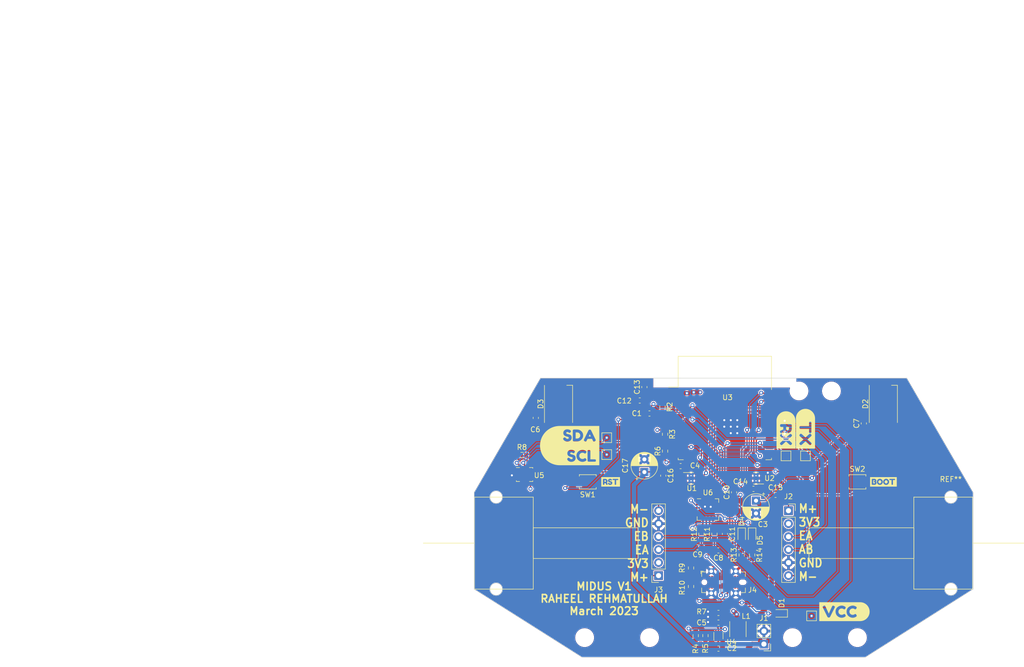
<source format=kicad_pcb>
(kicad_pcb (version 20221018) (generator pcbnew)
  (layers (0 "F.Cu" signal) (1 "In1.Cu" signal) (2 "In2.Cu" signal) (31 "B.Cu" signal) (34 "B.Paste" user) (35 "F.Paste" user) (36 "B.SilkS" user "B.Silkscreen") (37 "F.SilkS" user "F.Silkscreen") (38 "B.Mask" user) (39 "F.Mask" user) (44 "Edge.Cuts" user))
  (net 0 "")
  (net 1 "GND")
  (net 2 "Net-(U3-EN)")
  (net 3 "/+VBatt")
  (net 4 "+3V3")
  (net 5 "/D-")
  (net 6 "/D+")
  (net 7 "/USB3V3")
  (net 8 "/V_USB_BUS")
  (net 9 "Net-(D2-DIN)")
  (net 11 "/LEDBUS")
  (net 12 "Net-(D4-K)")
  (net 13 "Net-(D4-A)")
  (net 14 "Net-(D5-K)")
  (net 15 "Net-(D5-A)")
  (net 16 "Net-(J4-CC1)")
  (net 18 "Net-(J4-CC2)")
  (net 20 "Net-(U4-SW)")
  (net 21 "/SDA")
  (net 22 "Net-(U4-FB)")
  (net 23 "/SCL")
  (net 24 "Net-(U5-SDO{slash}SA0)")
  (net 25 "Net-(U6-USBDM)")
  (net 26 "Net-(U6-USBDP)")
  (net 27 "/espTX")
  (net 28 "/espRX")
  (net 29 "/M1OUT2")
  (net 30 "/M1OUT1")
  (net 31 "/Motor2In2")
  (net 32 "/Motor2In1")
  (net 33 "/MotorSleepEN")
  (net 34 "/M2OUT2")
  (net 35 "/M2OUT1")
  (net 36 "/Motor1In2")
  (net 37 "/Motor1In1")
  (net 38 "/Motor1PhaseA")
  (net 39 "/Motor1PhaseB")
  (net 41 "/Motor2PhaseB")
  (net 42 "/Motor2PhaseA")
  (footprint "Capacitor_SMD:C_0603_1608Metric" (layer "F.Cu") (at 143.51 96.025 90)
    (fp_text reference "C10")
    (fp_text value "100nF")
  )
  (footprint "MountingHole:MountingHole_3.2mm_M3" (layer "F.Cu") (at 114.3 124.46)
    (fp_text reference "H2" hide)
    (fp_text value "MountingHole")
  )
  (footprint "LED_SMD:LED_0603_1608Metric" (layer "F.Cu") (at 145.014 104.482 -90)
    (fp_text reference "D4")
    (fp_text value "TXLED")
  )
  (footprint "LED_SMD:LED_0603_1608Metric" (layer "F.Cu") (at 147.046 104.482 -90)
    (fp_text reference "D5")
    (fp_text value "RXLED")
  )
  (footprint "Inductor_SMD:L_Taiyo-Yuden_NR-30xx" (layer "F.Cu") (at 144.272 122.8 90)
    (fp_text reference "L1")
    (fp_text value "2.2uH")
  )
  (footprint "Connector_PinSocket_2.54mm:PinSocket_1x06_P2.54mm_Vertical" (layer "F.Cu") (at 128.758 112.322 180)
    (fp_text reference "J3")
    (fp_text value "Motor2Conn")
  )
  (footprint "Capacitor_SMD:C_0603_1608Metric" (layer "F.Cu") (at 141.732 104.174 -90)
    (fp_text reference "C11")
    (fp_text value "10nF")
  )
  (footprint "Capacitor_SMD:C_0603_1608Metric" (layer "F.Cu") (at 168.89 82.55 90)
    (fp_text reference "C7")
    (fp_text value "100nF")
  )
  (footprint "MountingHole:MountingHole_3.2mm_M3" (layer "F.Cu") (at 162.56 76.2)
    (fp_text reference "H6" hide)
    (fp_text value "MountingHole")
  )
  (footprint "Package_SON:WSON-8-1EP_2x2mm_P0.5mm_EP0.9x1.6mm_ThermalVias" (layer "F.Cu") (at 135.108 93.272)
    (fp_text reference "U1")
    (fp_text value "DRV8210")
  )
  (footprint "Button_Switch_SMD:SW_SPST_B3U-1000P" (layer "F.Cu") (at 114.915 93.98 180)
    (fp_text reference "SW1")
    (fp_text value "SW_RST")
  )
  (footprint "Resistor_SMD:R_0603_1608Metric" (layer "F.Cu") (at 136.017 124.07 -90)
    (fp_text reference "R4")
    (fp_text value "700k")
  )
  (footprint "MiniDusty:n20Motor" (layer "F.Cu") (at 97.008 105.972 180)
    (fp_text reference "REF**" hide)
    (fp_text value "n20Motor")
    (fp_circle (center 0 -9) (end 1.2192 -9) (stroke (width 0.12)) (fill none) (layer "Edge.Cuts"))
    (fp_circle (center 0 9) (end 1.2192 9) (stroke (width 0.12)) (fill none) (layer "Edge.Cuts"))
  )
  (footprint "Resistor_SMD:R_0603_1608Metric" (layer "F.Cu") (at 135.108 114.451 -90)
    (fp_text reference "R10")
    (fp_text value "5.11k")
  )
  (footprint "Resistor_SMD:R_0603_1608Metric" (layer "F.Cu") (at 129.52 79.336 -90)
    (fp_text reference "R2")
    (fp_text value "10k")
  )
  (footprint "kibuzzard-640F60C6" (layer "F.Cu") (at 119.38 93.98)
    (fp_text reference "kibuzzard-640F60C6" hide)
    (fp_text value "G***" hide)
  )
  (footprint "Connector_USB:USB_C_Receptacle_GCT_USB4115-03-C" (layer "F.Cu") (at 141.458 113.626)
    (fp_text reference "J4")
    (fp_text value "USB_C_Receptacle_USB2.0")
  )
  (footprint "Capacitor_THT:CP_Radial_D5.0mm_P2.50mm" (layer "F.Cu") (at 147.808 97.654888 -90)
    (fp_text reference "C3")
    (fp_text value "4.7uF")
  )
  (footprint "Resistor_SMD:R_0603_1608Metric" (layer "F.Cu") (at 145.014 108.292 -90)
    (fp_text reference "R13")
    (fp_text value "270")
  )
  (footprint "Connector_PinHeader_2.54mm:PinHeader_1x02_P2.54mm_Vertical" (layer "F.Cu") (at 149.352 125.721 180)
    (fp_text reference "J1")
    (fp_text value "BattConn")
  )
  (footprint "Resistor_SMD:R_0603_1608Metric" (layer "F.Cu") (at 102.0445 88.733 180)
    (fp_text reference "R8")
    (fp_text value "1k")
  )
  (footprint "Resistor_SMD:R_0603_1608Metric" (layer "F.Cu") (at 137.922 124.07 90)
    (fp_text reference "R5")
    (fp_text value "150k")
  )
  (footprint "Capacitor_SMD:C_0603_1608Metric" (layer "F.Cu") (at 104.753727 81.473473 -90)
    (fp_text reference "C6")
    (fp_text value "100nF")
  )
  (footprint "RF_Module:ESP-WROOM-02" (layer "F.Cu") (at 141.712 82.638)
    (fp_text reference "U3")
    (fp_text value "ESP32-C3-WROOM-02-H4")
  )
  (footprint "Package_LGA:LGA-14_3x2.5mm_P0.5mm_LayoutBorder3x4y" (layer "F.Cu") (at 102.5525 92.543)
    (fp_text reference "U5")
    (fp_text value "LSM6DSOTR")
  )
  (footprint "LED_SMD:LED_SK6812_PLCC4_5.0x5.0mm_P3.2mm" (layer "F.Cu") (at 172.7 78.74 90)
    (fp_text reference "D2")
    (fp_text value "SK6812")
  )
  (footprint "MountingHole:MountingHole_3.2mm_M3" (layer "F.Cu") (at 167.64 124.46)
    (fp_text reference "H3" hide)
    (fp_text value "MountingHole")
  )
  (footprint "Capacitor_SMD:C_0603_1608Metric" (layer "F.Cu") (at 151.625 96.52)
    (fp_text reference "C15")
    (fp_text value "0.1uF")
  )
  (footprint "Capacitor_SMD:C_0603_1608Metric" (layer "F.Cu") (at 125.984 75.438 90)
    (fp_text reference "C13")
    (fp_text value "10uF")
  )
  (footprint "Capacitor_SMD:C_0603_1608Metric" (layer "F.Cu") (at 129.674216 92.772049 -90)
    (fp_text reference "C16")
    (fp_text value "0.1uF")
  )
  (footprint "Package_DFN_QFN:QFN-16-1EP_4x4mm_P0.65mm_EP2.1x2.1mm" (layer "F.Cu") (at 138.41 99.402)
    (fp_text reference "U6")
    (fp_text value "FT230XQ")
  )
  (footprint "Resistor_SMD:R_0603_1608Metric" (layer "F.Cu") (at 139.68 104.228 90)
    (fp_text reference "R11")
    (fp_text value "27")
  )
  (footprint "Button_Switch_SMD:SW_SPST_B3U-1000P" (layer "F.Cu") (at 167.64 93.98)
    (fp_text reference "SW2")
    (fp_text value "SW_DWLDBOOT")
  )
  (footprint "Resistor_SMD:R_0603_1608Metric" (layer "F.Cu") (at 130.028 84.67 -90)
    (fp_text reference "R3")
    (fp_text value "4.7k")
  )
  (footprint "TestPoint:TestPoint_Pad_1.5x1.5mm" (layer "F.Cu") (at 157.48 88.9)
    (fp_text reference "TP4" hide)
    (fp_text value "uartTX")
  )
  (footprint "kibuzzard-640F6059" (layer "F.Cu") (at 153.67 83.82 -90)
    (fp_text reference "kibuzzard-640F6059" hide)
    (fp_text value "G***" hide)
  )
  (footprint "Capacitor_SMD:C_0603_1608Metric" (layer "F.Cu") (at 133.065105 90.902514 180)
    (fp_text reference "C4")
    (fp_text value "0.1uF")
  )
  (footprint "kibuzzard-640F5FD6" (layer "F.Cu") (at 111.373527 86.886448)
    (fp_text reference "kibuzzard-640F5FD6" hide)
    (fp_text value "G***" hide)
  )
  (footprint "kibuzzard-640F60AF" (layer "F.Cu") (at 172.72 93.98)
    (fp_text reference "kibuzzard-640F60AF" hide)
    (fp_text value "G***" hide)
  )
  (footprint "Resistor_SMD:R_0603_1608Metric" (layer "F.Cu") (at 147.046 108.292 -90)
    (fp_text reference "R14")
    (fp_text value "270")
  )
  (footprint "Capacitor_SMD:C_0603_1608Metric" (layer "F.Cu") (at 126.98 80.606)
    (fp_text reference "C1")
    (fp_text value "1uF")
  )
  (footprint "Capacitor_SMD:C_0603_1608Metric" (layer "F.Cu") (at 140.462 121.53 180)
    (fp_text reference "C5")
    (fp_text value "10uF")
  )
  (footprint "Capacitor_SMD:C_0603_1608Metric" (layer "F.Cu") (at 136.378 106.768 180)
    (fp_text reference "C9")
    (fp_text value "47pF")
  )
  (footprint "Resistor_SMD:R_0603_1608Metric" (layer "F.Cu") (at 130.028 87.972 90)
    (fp_text reference "R6")
    (fp_text value "4.7k")
  )
  (footprint "Resistor_SMD:R_0603_1608Metric" (layer "F.Cu") (at 135.108 110.832 -90)
    (fp_text reference "R9")
    (fp_text value "5.11k")
  )
  (footprint "MountingHole:MountingHole_3.2mm_M3" (layer "F.Cu") (at 127 124.46)
    (fp_text reference "H5" hide)
    (fp_text value "MountingHole")
  )
  (footprint "Capacitor_SMD:C_0603_1608Metric" (layer "F.Cu") (at 140.462 126.61 180)
    (fp_text reference "C2")
    (fp_text value "4.7uF")
  )
  (footprint "Capacitor_SMD:C_0603_1608Metric" (layer "F.Cu") (at 147.314359 95.345089)
    (fp_text reference "C14")
    (fp_text value "0.1uF")
  )
  (footprint "Capacitor_SMD:C_0603_1608Metric" (layer "F.Cu") (at 140.449321 107.395844)
    (fp_text reference "C8")
    (fp_text value "47pF")
  )
  (footprint "TestPoint:TestPoint_Pad_1.5x1.5mm" (layer "F.Cu") (at 158.670646 120.209896)
    (fp_text reference "TP1" hide)
    (fp_text value "BuckTP")
  )
  (footprint "TestPoint:TestPoint_Pad_1.5x1.5mm" (layer "F.Cu") (at 153.67 88.9)
    (fp_text reference "TP5" hide)
    (fp_text value "uartRX")
  )
  (footprint "MiniDusty:n20Motor" (layer "F.Cu") (at 185.908 105.972)
    (fp_text reference "REF**")
    (fp_text value "n20Motor")
    (fp_circle (center 0 -9) (end 1.2192 -9) (stroke (width 0.12)) (fill none) (layer "Edge.Cuts"))
    (fp_circle (center 0 9) (end 1.2192 9) (stroke (width 0.12)) (fill none) (layer "Edge.Cuts"))
  )
  (footprint "Package_SON:WSON-8-1EP_2x2mm_P0.5mm_EP0.9x1.6mm_ThermalVias" (layer "F.Cu") (at 147.808 93.272 180)
    (fp_text reference "U2")
    (fp_text value "DRV8210")
  )
  (footprint "LED_SMD:LED_SK6812_PLCC4_5.0x5.0mm_P3.2mm" (layer "F.Cu") (at 109.2 78.74 90)
    (fp_text reference "D3")
    (fp_text value "SK6812")
  )
  (footprint "Diode_SMD:D_0603_1608Metric" (layer "F.Cu") (at 152.476549 119.713921 180)
    (fp_text reference "D1")
    (fp_text value "D")
  )
  (footprint "kibuzzard-640F6079" (layer "F.Cu") (at 165.1 119.38)
    (fp_text reference "kibuzzard-640F6079" hide)
    (fp_text value "G***" hide)
  )
  (footprint "kibuzzard-640F6063" (layer "F.Cu") (at 157.48 83.583202 -90)
    (fp_text reference "kibuzzard-640F6063" hide)
    (fp_text value "G***" hide)
  )
  (footprint "Package_TO_SOT_SMD:SOT-563" (layer "F.Cu") (at 140.462 124.07 90)
    (fp_text reference "U4")
    (fp_text value "TLV62568DRL")
  )
  (footprint "TestPoint:TestPoint_Pad_1.5x1.5mm" (layer "F.Cu") (at 118.618 88.646)
    (fp_text reference "TP3" hide)
    (fp_text value "sclTP")
  )
  (footprint "Capacitor_THT:CP_Radial_D5.0mm_P2.50mm" (layer "F.Cu") (at 125.983258 92.067412 90)
    (fp_text reference "C17")
    (fp_text value "4.7uF")
  )
  (footprint "Capacitor_SMD:C_0603_1608Metric" (layer "F.Cu") (at 140.462 119.625 180)
    (fp_text reference "R7")
    (fp_text value "0")
  )
  (footprint "Capacitor_SMD:C_0603_1608Metric" (layer "F.Cu") (at 125.075 78.066 180)
    (fp_text reference "C12")
    (fp_text value "0.1uF")
  )
  (footprint "MountingHole:MountingHole_3.2mm_M3" (layer "F.Cu") (at 156.21 76.2)
    (fp_text reference "H4" hide)
    (fp_text value "MountingHole")
  )
  (footprint "MountingHole:MountingHole_3.2mm_M3" (layer "F.Cu") (at 154.94 124.46)
    (fp_text reference "H1" hide)
    (fp_text value "MountingHole")
  )
  (footprint "Resistor_SMD:R_0603_1608Metric" (layer "F.Cu") (at 137.14 104.228 90)
    (fp_text reference "R12")
    (fp_text value "27")
  )
  (footprint "Connector_PinSocket_2.54mm:PinSocket_1x06_P2.54mm_Vertical" (layer "F.Cu") (at 154.158 99.622)
    (fp_text reference "J2")
    (fp_text value "Motor1Conn")
  )
  (footprint "TestPoint:TestPoint_Pad_1.5x1.5mm" (layer "F.Cu") (at 118.618 85.344)
    (fp_text reference "TP2" hide)
    (fp_text value "sdaTP")
  )
  (gr_line (start 190.246 96.046) (end 190.246 114.969) (stroke (width 0.1)) (layer "Edge.Cuts"))
  (gr_line (start 92.71 114.969) (end 92.71 96.046) (stroke (width 0.1)) (layer "Edge.Cuts"))
  (gr_line (start 105.664 73.694) (end 92.71 96.046) (stroke (width 0.1)) (layer "Edge.Cuts"))
  (gr_line (start 177.292 73.694) (end 105.664 73.694) (stroke (width 0.1)) (layer "Edge.Cuts"))
  (gr_line (start 113.792 128.304) (end 169.164 128.304) (stroke (width 0.1)) (layer "Edge.Cuts"))
  (gr_line (start 169.164 128.304) (end 190.246 114.969) (stroke (width 0.1)) (layer "Edge.Cuts"))
  (gr_line (start 92.71 114.969) (end 113.792 128.304) (stroke (width 0.1)) (layer "Edge.Cuts"))
  (gr_line (start 190.246 96.046) (end 177.292 73.694) (stroke (width 0.1)) (layer "Edge.Cuts"))
  (gr_text "MIDUS V1\nRAHEEL REHMATULLAH\nMarch 2023" (at 118.11 116.84) (layer "F.SilkS") (effects (font (size 1.5 1.5) (thickness 0.3))))
  (gr_text "M+\n3V3\nEA\nAB\nGND\nM-" (at 156.005014 105.861501) (layer "F.SilkS") (effects (font (size 1.651 1.5) (thickness 0.3)) (justify left)))
  (gr_text "M-\nGND\nEB\nEA\n3V3\nM+" (at 127 105.972) (layer "F.SilkS") (effects (font (size 1.651 1.5) (thickness 0.3)) (justify right)))
  (segment (start 102.5525 93.4555) (end 102.5525 93.783276) (width 0.254) (layer "F.Cu") (net 1))
  (segment (start 100.159 92.793) (end 100.076 92.71) (width 0.254) (layer "F.Cu") (net 1))
  (segment (start 137.922 123.435) (end 137.922 123.245) (width 0.254) (layer "F.Cu") (net 1))
  (segment (start 101.134 94.022) (end 100.076 92.964) (width 0.254) (layer "F.Cu") (net 1))
  (segment (start 102.5525 93.4555) (end 102.910448 93.4555) (width 0.254) (layer "F.Cu") (net 1))
  (segment (start 138.703 124.216) (end 137.922 123.435) (width 0.254) (layer "F.Cu") (net 1))
  (segment (start 101.39 92.793) (end 100.159 92.793) (width 0.254) (layer "F.Cu") (net 1))
  (segment (start 102.5525 93.783276) (end 102.313776 94.022) (width 0.254) (layer "F.Cu") (net 1))
  (segment (start 100.076 92.964) (end 100.076 92.71) (width 0.254) (layer "F.Cu") (net 1))
  (segment (start 140.462 124.82) (end 140.462 124.292) (width 0.254) (layer "F.Cu") (net 1))
  (segment (start 140.462 124.292) (end 140.386 124.216) (width 0.254) (layer "F.Cu") (net 1))
  (segment (start 140.386 124.216) (end 138.703 124.216) (width 0.254) (layer "F.Cu") (net 1))
  (segment (start 102.313776 94.022) (end 101.134 94.022) (width 0.254) (layer "F.Cu") (net 1))
  (segment (start 102.910448 93.4555) (end 102.981474 93.526526) (width 0.254) (layer "F.Cu") (net 1))
  (segment (start 101.39 92.293) (end 101.39 92.793) (width 0.254) (layer "F.Cu") (net 1))
  (segment (start 148.758 92.522) (end 149.794 92.522) (width 0.254) (layer "F.Cu") (net 1))
  (segment (start 149.794 92.522) (end 150.114 92.202) (width 0.254) (layer "F.Cu") (net 1))
  (via (at 100.076 92.71) (size 0.8) (drill 0.4) (layers "F.Cu" "B.Cu") (net 1))
  (via (at 138.952076 98.864851) (size 0.8) (drill 0.4) (layers "F.Cu" "B.Cu") (net 1))
  (via (at 144.145 83.185) (size 0.8) (drill 0.4) (layers "F.Cu" "B.Cu") (net 1))
  (via (at 142.875 83.185) (size 0.8) (drill 0.4) (layers "F.Cu" "B.Cu") (net 1))
  (via (at 138.43 121.412) (size 0.8) (drill 0.4) (layers "F.Cu" "B.Cu") (net 1))
  (via (at 150.114 92.202) (size 0.8) (drill 0.4) (layers "F.Cu" "B.Cu") (net 1))
  (via (at 142.875 81.915) (size 0.8) (drill 0.4) (layers "F.Cu" "B.Cu") (net 1))
  (via (at 137.8285 98.825428) (size 0.8) (drill 0.4) (layers "F.Cu" "B.Cu") (net 1))
  (via (at 138.43 119.38) (size 0.8) (drill 0.4) (layers "F.Cu" "B.Cu") (net 1))
  (via (at 142.875 84.455) (size 0.8) (drill 0.4) (layers "F.Cu" "B.Cu") (net 1))
  (via (at 141.605 83.185) (size 0.8) (drill 0.4) (layers "F.Cu" "B.Cu") (net 1))
  (via (at 144.145 81.915) (size 0.8) (drill 0.4) (layers "F.Cu" "B.Cu") (net 1))
  (via (at 141.605 81.915) (size 0.8) (drill 0.4) (layers "F.Cu" "B.Cu") (net 1))
  (via (at 144.145 84.455) (size 0.8) (drill 0.4) (layers "F.Cu" "B.Cu") (net 1))
  (via (at 138.43 120.396) (size 0.8) (drill 0.4) (layers "F.Cu" "B.Cu") (net 1))
  (segment (start 131.988 78.138) (end 129.965 80.161) (width 0.254) (layer "F.Cu") (net 2))
  (segment (start 132.962 78.138) (end 131.988 78.138) (width 0.254) (layer "F.Cu") (net 2))
  (segment (start 110.529 95.211) (end 111.76 93.98) (width 0.254) (layer "F.Cu") (net 2))
  (segment (start 111.76 93.98) (end 113.215 93.98) (width 0.254) (layer "F.Cu") (net 2))
  (segment (start 129.032 81.788) (end 129.52 81.3) (width 0.254) (layer "F.Cu") (net 2))
  (segment (start 128.25 80.606) (end 127.755 80.606) (width 0.254) (layer "F.Cu") (net 2))
  (segment (start 110.49 95.211) (end 110.529 95.211) (width 0.254) (layer "F.Cu") (net 2))
  (segment (start 129.965 80.161) (end 129.52 80.161) (width 0.254) (layer "F.Cu") (net 2))
  (segment (start 128.695 80.161) (end 128.25 80.606) (width 0.254) (layer "F.Cu") (net 2))
  (segment (start 129.52 80.161) (end 128.695 80.161) (width 0.254) (layer "F.Cu") (net 2))
  (segment (start 129.52 81.3) (end 129.52 80.161) (width 0.254) (layer "F.Cu") (net 2))
  (segment (start 120.904 81.788) (end 129.032 81.788) (width 0.254) (layer "F.Cu") (net 2))
  (via (at 120.904 81.788) (size 0.8) (drill 0.4) (layers "F.Cu" "B.Cu") (net 2))
  (via (at 110.49 95.211) (size 0.8) (drill 0.4) (layers "F.Cu" "B.Cu") (net 2))
  (segment (start 110.49 95.211) (end 114.915 95.211) (width 0.254) (layer "B.Cu") (net 2))
  (segment (start 114.915 95.211) (end 120.904 89.222) (width 0.254) (layer "B.Cu") (net 2))
  (segment (start 120.904 89.222) (end 120.904 81.788) (width 0.254) (layer "B.Cu") (net 2))
  (segment (start 141.237 126.61) (end 141.2765 126.5705) (width 0.889) (layer "F.Cu") (net 3))
  (segment (start 147.32 123.689) (end 147.32 121.158) (width 0.889) (layer "F.Cu") (net 3))
  (segment (start 142.126 127.499) (end 145.288 127.499) (width 0.889) (layer "F.Cu") (net 3))
  (segment (start 148.758 94.022) (end 149.965 94.022) (width 0.254) (layer "F.Cu") (net 3))
  (segment (start 133.11 92.036) (end 133.596 92.522) (width 0.254) (layer "F.Cu") (net 3))
  (segment (start 137.908616 122.332) (end 137.239529 121.662913) (width 0.254) (layer "F.Cu") (net 3))
  (segment (start 147.32 121.158) (end 150.8465 117.6315) (width 0.889) (layer "F.Cu") (net 3))
  (segment (start 104.753727 82.248473) (end 105.784287 82.248473) (width 0.254) (layer "F.Cu") (net 3))
  (segment (start 150.8465 117.6315) (end 150.8465 100.693388) (width 0.889) (layer "F.Cu") (net 3))
  (segment (start 171.1 81.19) (end 169.475 81.19) (width 0.254) (layer "F.Cu") (net 3))
  (segment (start 141.2765 126.5705) (end 141.2765 124.832) (width 0.889) (layer "F.Cu") (net 3))
  (segment (start 158.75 93.218) (end 167.64 84.328) (width 0.254) (layer "F.Cu") (net 3))
  (segment (start 167.64 83.025) (end 168.89 81.775) (width 0.254) (layer "F.Cu") (net 3))
  (segment (start 107.6 81.19) (end 107.6 88.014) (width 0.254) (layer "F.Cu") (net 3))
  (segment (start 149.352 125.721) (end 147.32 123.689) (width 0.889) (layer "F.Cu") (net 3))
  (segment (start 137.239529 118.917732) (end 137.793261 118.364) (width 0.254) (layer "F.Cu") (net 3))
  (segment (start 126.472 92.036) (end 133.11 92.036) (width 0.254) (layer "F.Cu") (net 3))
  (segment (start 149.50732 125.721) (end 149.352 125.721) (width 0.889) (layer "F.Cu") (net 3))
  (segment (start 167.64 84.328) (end 167.64 83.025) (width 0.254) (layer "F.Cu") (net 3))
  (segment (start 150.85 94.907) (end 150.85 96.52) (width 0.254) (layer "F.Cu") (net 3))
  (segment (start 150.85 96.52) (end 149.715112 97.654888) (width 0.254) (layer "F.Cu") (net 3))
  (segment (start 141.237 126.61) (end 142.126 127.499) (width 0.889) (layer "F.Cu") (net 3))
  (segment (start 150.114 118.364) (end 150.8465 117.6315) (width 0.254) (layer "F.Cu") (net 3))
  (segment (start 106.84276 81.19) (end 107.6 81.19) (width 0.254) (layer "F.Cu") (net 3))
  (segment (start 111.622 92.036) (end 126.472 92.036) (width 0.254) (layer "F.Cu") (net 3))
  (segment (start 147.066 125.721) (end 149.352 125.721) (width 0.889) (layer "F.Cu") (net 3))
  (segment (start 169.475 81.19) (end 168.89 81.775) (width 0.254) (layer "F.Cu") (net 3))
  (segment (start 133.596 92.522) (end 134.158 92.522) (width 0.254) (layer "F.Cu") (net 3))
  (segment (start 150.8465 100.693388) (end 147.808 97.654888) (width 0.889) (layer "F.Cu") (net 3))
  (segment (start 149.965 94.022) (end 150.85 94.907) (width 0.254) (layer "F.Cu") (net 3))
  (segment (start 137.239529 121.662913) (end 137.239529 118.917732) (width 0.254) (layer "F.Cu") (net 3))
  (segment (start 137.793261 118.364) (end 150.114 118.364) (width 0.254) (layer "F.Cu") (net 3))
  (segment (start 145.288 127.499) (end 147.066 125.721) (width 0.889) (layer "F.Cu") (net 3))
  (segment (start 140.462 122.653354) (end 140.140646 122.332) (width 0.254) (layer "F.Cu") (net 3))
  (segment (start 140.462 123.32) (end 140.462 122.653354) (width 0.254) (layer "F.Cu") (net 3))
  (segment (start 105.784287 82.248473) (end 106.84276 81.19) (width 0.254) (layer "F.Cu") (net 3))
  (segment (start 149.715112 97.654888) (end 147.808 97.654888) (width 0.254) (layer "F.Cu") (net 3))
  (segment (start 153.264049 119.713921) (end 153.264049 121.964271) (width 0.889) (layer "F.Cu") (net 3))
  (segment (start 140.140646 122.332) (end 137.908616 122.332) (width 0.254) (layer "F.Cu") (net 3))
  (segment (start 153.264049 121.964271) (end 149.50732 125.721) (width 0.889) (layer "F.Cu") (net 3))
  (segment (start 107.6 88.014) (end 111.622 92.036) (width 0.254) (layer "F.Cu") (net 3))
  (via (at 158.75 93.218) (size 0.8) (drill 0.4) (layers "F.Cu" "B.Cu") (net 3))
  (segment (start 125.983258 92.524742) (end 125.983258 92.067412) (width 0.889) (layer "B.Cu") (net 3))
  (segment (start 123.952 113.792) (end 123.952 94.556) (width 0.889) (layer "B.Cu") (net 3))
  (segment (start 149.521112 97.654888) (end 147.808 97.654888) (width 0.254) (layer "B.Cu") (net 3))
  (segment (start 149.352 125.721) (end 149.309 125.764) (width 0.889) (layer "B.Cu") (net 3))
  (segment (start 153.958 93.218) (end 149.521112 97.654888) (width 0.254) (layer "B.Cu") (net 3))
  (segment (start 149.309 125.764) (end 135.924 125.764) (width 0.889) (layer "B.Cu") (net 3))
  (segment (start 135.924 125.764) (end 123.952 113.792) (width 0.889) (layer "B.Cu") (net 3))
  (segment (start 158.75 93.218) (end 153.958 93.218) (width 0.254) (layer "B.Cu") (net 3))
  (segment (start 123.952 94.556) (end 125.983258 92.524742) (width 0.889) (layer "B.Cu") (net 3))
  (segment (start 144.78 94.839219) (end 145.28587 95.345089) (width 0.25) (layer "F.Cu") (net 4))
  (segment (start 130.302 90.17) (end 130.048 89.916) (width 0.254) (layer "F.Cu") (net 4))
  (segment (start 103.0525 88.916) (end 102.8695 88.733) (width 0.254) (layer "F.Cu") (net 4))
  (segment (start 103.715 93.293) (end 103.715 94.151) (width 0.254) (layer "F.Cu") (net 4))
  (segment (start 130.369486 90.102514) (end 130.302 90.17) (width 0.25) (layer "F.Cu") (net 4))
  (segment (start 143.383 119.253) (end 144.018 119.888) (width 0.889) (layer "F.Cu") (net 4))
  (segment (start 130.048 89.916) (end 130.048 88.817) (width 0.254) (layer "F.Cu") (net 4))
  (segment (start 134.944 76.638) (end 127.457 76.638) (width 0.254) (layer "F.Cu") (net 4))
  (segment (start 134.296 76.638) (end 134.944 76.638) (width 0.254) (layer "F.Cu") (net 4))
  (segment (start 136.996063 92.522) (end 137.258214 92.259849) (width 0.25) (layer "F.Cu") (net 4))
  (segment (start 103.1875 90.3605) (end 103.0525 90.4955) (width 0.254) (layer "F.Cu") (net 4))
  (segment (start 144.272 121.7) (end 141.407 121.7) (width 0.889) (layer "F.Cu") (net 4))
  (segment (start 146.858 94.022) (end 144.999316 94.022) (width 0.25) (layer "F.Cu") (net 4))
  (segment (start 103.0876 92.9906) (end 103.39 93.293) (width 0.254) (layer "F.Cu") (net 4))
  (segment (start 144.018 121.446) (end 144.272 121.7) (width 0.889) (layer "F.Cu") (net 4))
  (segment (start 136.547459 90.902514) (end 133.840105 90.902514) (width 0.25) (layer "F.Cu") (net 4))
  (segment (start 103.0525 90.4955) (end 103.0525 91.6305) (width 0.254) (layer "F.Cu") (net 4))
  (segment (start 128.524 83.82) (end 130.003 83.82) (width 0.254) (layer "F.Cu") (net 4))
  (segment (start 144.78 94.452754) (end 144.822725 94.495479) (width 0.25) (layer "F.Cu") (net 4))
  (segment (start 134.944 76.638) (end 135.128 76.454) (width 0.889) (layer "F.Cu") (net 4))
  (segment (start 134.944 76.638) (end 128.408 76.638) (width 0.254) (layer "F.Cu") (net 4))
  (segment (start 127.457 76.638) (end 126.98 76.161) (width 0.254) (layer "F.Cu") (net 4))
  (segment (start 102.0525 93.286052) (end 102.347952 92.9906) (width 0.254) (layer "F.Cu") (net 4))
  (segment (start 126.98 78.066) (end 125.85 78.066) (width 0.254) (layer "F.Cu") (net 4))
  (segment (start 103.884448 93.293) (end 104.3655 92.811948) (width 0.254) (layer "F.Cu") (net 4))
  (segment (start 104.3655 92.811948) (end 104.3655 90.9035) (width 0.254) (layer "F.Cu") (net 4))
  (segment (start 104.3655 90.9035) (end 103.8225 90.3605) (width 0.254) (layer "F.Cu") (net 4))
  (segment (start 130.003 83.82) (end 130.028 83.845) (width 0.254) (layer "F.Cu") (net 4))
  (segment (start 145.28587 95.345089) (end 146.539359 95.345089) (width 0.25) (layer "F.Cu") (net 4))
  (segment (start 144.78 94.241316) (end 144.78 94.452754) (width 0.25) (layer "F.Cu") (net 4))
  (segment (start 137.258214 92.259849) (end 137.258214 91.613269) (width 0.25) (layer "F.Cu") (net 4))
  (segment (start 135.183 123.245) (end 134.62 122.682) (width 0.254) (layer "F.Cu") (net 4))
  (segment (start 128.408 76.638) (end 126.98 78.066) (width 0.254) (layer "F.Cu") (net 4))
  (segment (start 135.128 76.454) (end 135.636 76.454) (width 0.889) (layer "F.Cu") (net 4))
  (segment (start 103.0525 91.6305) (end 103.0525 88.916) (width 0.254) (layer "F.Cu") (net 4))
  (segment (start 132.962 76.638) (end 134.944 76.638) (width 0.889) (layer "F.Cu") (net 4))
  (segment (start 136.906 76.454) (end 135.636 76.454) (width 0.889) (layer "F.Cu") (net 4))
  (segment (start 103.39 93.293) (end 103.715 93.293) (width 0.254) (layer "F.Cu") (net 4))
  (segment (start 134.296 76.638) (end 130.313 76.638) (width 0.254) (layer "F.Cu") (net 4))
  (segment (start 144.822725 94.495479) (end 144.78 94.538204) (width 0.25) (layer "F.Cu") (net 4))
  (segment (start 136.058 92.522) (end 136.996063 92.522) (width 0.25) (layer "F.Cu") (net 4))
  (segment (start 102.0525 93.4555) (end 102.0525 93.286052) (width 0.254) (layer "F.Cu") (net 4))
  (segment (start 129.52 77.431) (end 129.52 78.511) (width 0.254) (layer "F.Cu") (net 4))
  (segment (start 130.313 76.638) (end 129.52 77.431) (width 0.254) (layer "F.Cu") (net 4))
  (segment (start 102.347952 92.9906) (end 103.0876 92.9906) (width 0.254) (layer "F.Cu") (net 4))
  (segment (start 103.8225 90.3605) (end 103.1875 90.3605) (width 0.254) (layer "F.Cu") (net 4))
  (segment (start 141.237 121.53) (end 141.237 119.625) (width 0.889) (layer "F.Cu") (net 4))
  (segment (start 103.715 93.293) (end 103.884448 93.293) (width 0.254) (layer "F.Cu") (net 4))
  (segment (start 126.98 76.161) (end 125.85 76.161) (width 0.254) (layer "F.Cu") (net 4))
  (segment (start 144.018 119.888) (end 144.018 121.446) (width 0.889) (layer "F.Cu") (net 4))
  (segment (start 141.407 121.7) (end 141.237 121.53) (width 0.889) (layer "F.Cu") (net 4))
  (segment (start 133.040105 90.102514) (end 130.369486 90.102514) (width 0.25) (layer "F.Cu") (net 4))
  (segment (start 103.715 94.151) (end 103.715 95.333) (width 0.254) (layer "F.Cu") (net 4))
  (segment (start 133.840105 90.902514) (end 133.040105 90.102514) (width 0.25) (layer "F.Cu") (net 4))
  (segment (start 130.048 88.817) (end 130.028 88.797) (width 0.254) (layer "F.Cu") (net 4))
  (segment (start 144.78 94.538204) (end 144.78 94.839219) (width 0.25) (layer "F.Cu") (net 4))
  (segment (start 136.017 123.245) (end 135.183 123.245) (width 0.254) (layer "F.Cu") (net 4))
  (segment (start 137.258214 91.613269) (end 136.547459 90.902514) (width 0.25) (layer "F.Cu") (net 4))
  (segment (start 144.999316 94.022) (end 144.78 94.241316) (width 0.25) (layer "F.Cu") (net 4))
  (via (at 134.62 122.682) (size 0.8) (drill 0.4) (layers "F.Cu" "B.Cu") (net 4))
  (via (at 130.302 90.17) (size 0.8) (drill 0.4) (layers "F.Cu" "B.Cu") (net 4))
  (via (at 135.636 76.454) (size 0.8) (drill 0.4) (layers "F.Cu" "B.Cu") (net 4))
  (via (at 144.018 119.888) (size 0.8) (drill 0.4) (layers "F.Cu" "B.Cu") (net 4))
  (via (at 158.670646 120.209896) (size 0.8) (drill 0.4) (layers "F.Cu" "B.Cu") (net 4))
  (via (at 134.296 76.638) (size 0.8) (drill 0.4) (layers "F.Cu" "B.Cu") (net 4))
  (via (at 141.732 122.8) (size 0.8) (drill 0.4) (layers "F.Cu" "B.Cu") (net 4))
  (via (at 128.524 83.82) (size 0.8) (drill 0.4) (layers "F.Cu" "B.Cu") (net 4))
  (via (at 103.715 95.333) (size 0.8) (drill 0.4) (layers "F.Cu" "B.Cu") (net 4))
  (via (at 136.906 76.454) (size 0.8) (drill 0.4) (layers "F.Cu" "B.Cu") (net 4))
  (via (at 144.822725 94.495479) (size 0.8) (drill 0.4) (layers "F.Cu" "B.Cu") (net 4))
  (via (at 143.383 119.253) (size 0.8) (drill 0.4) (layers "F.Cu" "B.Cu") (net 4))
  (segment (start 134.62 122.682) (end 134.738 122.8) (width 0.254) (layer "B.Cu") (net 4))
  (segment (start 134.738 122.8) (end 141.732 122.8) (width 0.254) (layer "B.Cu") (net 4))
  (segment (start 139.674321 107.395844) (end 139.674321 108.652924) (width 0.2) (layer "F.Cu") (net 5))
  (segment (start 139.674321 108.652924) (end 141.683 110.661603) (width 0.2) (layer "F.Cu") (net 5))
  (segment (start 139.68 105.053) (end 139.68 107.390165) (width 0.254) (layer "F.Cu") (net 5))
  (segment (start 141.683 110.661603) (end 141.683 112.128499) (width 0.2) (layer "F.Cu") (net 5))
  (segment (start 141.708 112.153499) (end 141.708 112.791) (width 0.2) (layer "F.Cu") (net 5))
  (segment (start 139.68 107.390165) (end 139.674321 107.395844) (width 0.254) (layer "F.Cu") (net 5))
  (segment (start 141.708 113.416) (end 141.208 113.916) (width 0.2) (layer "F.Cu") (net 5))
  (segment (start 141.708 112.791) (end 141.708 113.416) (width 0.2) (layer "F.Cu") (net 5))
  (segment (start 141.208 113.916) (end 141.208 114.461) (width 0.2) (layer "F.Cu") (net 5))
  (segment (start 141.683 112.128499) (end 141.708 112.153499) (width 0.2) (layer "F.Cu") (net 5))
  (segment (start 137.14 105.053) (end 137.14 106.755) (width 0.254) (layer "F.Cu") (net 6))
  (segment (start 141.708 115.154) (end 140.95 115.912) (width 0.254) (layer "F.Cu") (net 6))
  (segment (start 141.233 112.128499) (end 141.208 112.153499) (width 0.2) (layer "F.Cu") (net 6))
  (segment (start 140.95 115.912) (end 140.95 116.166) (width 0.254) (layer "F.Cu") (net 6))
  (segment (start 137.153 106.768) (end 141.233 110.848) (width 0.2) (layer "F.Cu") (net 6))
  (segment (start 141.233 110.848) (end 141.233 112.128499) (width 0.2) (layer "F.Cu") (net 6))
  (segment (start 137.14 106.755) (end 137.153 106.768) (width 0.254) (layer "F.Cu") (net 6))
  (segment (start 141.208 112.153499) (end 141.208 112.791) (width 0.2) (layer "F.Cu") (net 6))
  (segment (start 138.156 108.546) (end 141.208 111.598) (width 0.2) (layer "F.Cu") (net 6))
  (segment (start 141.708 114.461) (end 141.708 115.154) (width 0.254) (layer "F.Cu") (net 6))
  (segment (start 141.208 111.598) (end 141.208 112.791) (width 0.2) (layer "F.Cu") (net 6))
  (via (at 140.95 116.166) (size 0.8) (drill 0.4) (layers "F.Cu" "B.Cu") (net 6))
  (via (at 138.156 108.546) (size 0.8) (drill 0.4) (layers "F.Cu" "B.Cu") (net 6))
  (segment (start 138.156 108.546) (end 140.95 111.34) (width 0.2) (layer "B.Cu") (net 6))
  (segment (start 140.95 111.34) (end 140.95 116.166) (width 0.2) (layer "B.Cu") (net 6))
  (segment (start 143.51 96.8) (end 144.5 96.8) (width 0.254) (layer "F.Cu") (net 7))
  (segment (start 144.5 96.8) (end 144.78 96.52) (width 0.254) (layer "F.Cu") (net 7))
  (segment (start 139.385 101.352) (end 140.016 101.352) (width 0.254) (layer "F.Cu") (net 7))
  (segment (start 145.014 109.117) (end 143.744 107.847) (width 0.254) (layer "F.Cu") (net 7))
  (segment (start 135.911 98.427) (end 136.46 98.427) (width 0.254) (layer "F.Cu") (net 7))
  (segment (start 141.712 101.18) (end 140.909 100.377) (width 0.254) (layer "F.Cu") (net 7))
  (segment (start 140.016 101.352) (end 140.36 101.008) (width 0.254) (layer "F.Cu") (net 7))
  (segment (start 143.744 107.847) (end 143.744 101.18) (width 0.254) (layer "F.Cu") (net 7))
  (segment (start 135.108 97.624) (end 135.911 98.427) (width 0.254) (layer "F.Cu") (net 7))
  (segment (start 140.36 101.008) (end 140.36 100.377) (width 0.254) (layer "F.Cu") (net 7))
  (segment (start 135.911 98.427) (end 135.041 97.557) (width 0.254) (layer "F.Cu") (net 7))
  (segment (start 147.046 109.117) (end 145.014 109.117) (width 0.254) (layer "F.Cu") (net 7))
  (segment (start 140.909 100.377) (end 140.36 100.377) (width 0.254) (layer "F.Cu") (net 7))
  (via (at 141.712 101.18) (size 0.8) (drill 0.4) (layers "F.Cu" "B.Cu") (net 7))
  (via (at 135.108 97.624) (size 0.8) (drill 0.4) (layers "F.Cu" "B.Cu") (net 7))
  (via (at 144.78 96.52) (size 0.8) (drill 0.4) (layers "F.Cu" "B.Cu") (net 7))
  (via (at 143.744 101.18) (size 0.8) (drill 0.4) (layers "F.Cu" "B.Cu") (net 7))
  (segment (start 141.712 101.18) (end 143.744 101.18) (width 0.254) (layer "B.Cu") (net 7))
  (segment (start 137.902 100.418) (end 135.108 97.624) (width 0.254) (layer "B.Cu") (net 7))
  (segment (start 144.78 100.144) (end 143.744 101.18) (width 0.254) (layer "B.Cu") (net 7))
  (segment (start 140.95 100.418) (end 137.902 100.418) (width 0.254) (layer "B.Cu") (net 7))
  (segment (start 141.712 101.18) (end 140.95 100.418) (width 0.254) (layer "B.Cu") (net 7))
  (segment (start 144.78 96.52) (end 144.78 100.144) (width 0.254) (layer "B.Cu") (net 7))
  (segment (start 150.21722 119.73722) (end 151.66575 119.73722) (width 0.254) (layer "F.Cu") (net 8))
  (segment (start 142.708 102.423) (end 141.732 103.399) (width 0.254) (layer "F.Cu") (net 8))
  (segment (start 140.36 99.727) (end 142.037 99.727) (width 0.254) (layer "F.Cu") (net 8))
  (segment (start 142.037 99.727) (end 142.708 100.398) (width 0.254) (layer "F.Cu") (net 8))
  (segment (start 151.66575 119.73722) (end 151.689049 119.713921) (width 0.254) (layer "F.Cu") (net 8))
  (segment (start 142.708 114.461) (end 142.708 116.694) (width 0.254) (layer "F.Cu") (net 8))
  (segment (start 142.708 100.832) (end 142.708 102.423) (width 0.254) (layer "F.Cu") (net 8))
  (segment (start 140.442 116.928) (end 140.208 116.694) (width 0.254) (layer "F.Cu") (net 8))
  (segment (start 142.708 100.832) (end 142.708 112.791) (width 0.254) (layer "F.Cu") (net 8))
  (segment (start 143.148 117.602) (end 142.474 116.928) (width 0.254) (layer "F.Cu") (net 8))
  (segment (start 142.708 112.791) (end 142.708 114.461) (width 0.254) (layer "F.Cu") (net 8))
  (segment (start 140.208 116.694) (end 140.208 114.461) (width 0.254) (layer "F.Cu") (net 8))
  (segment (start 142.708 116.694) (end 142.474 116.928) (width 0.254) (layer "F.Cu") (net 8))
  (segment (start 142.474 116.928) (end 140.442 116.928) (width 0.254) (layer "F.Cu") (net 8))
  (segment (start 140.208 112.791) (end 140.208 114.461) (width 0.254) (layer "F.Cu") (net 8))
  (segment (start 145.034 117.602) (end 143.148 117.602) (width 0.254) (layer "F.Cu") (net 8))
  (segment (start 142.708 100.398) (end 142.708 100.832) (width 0.254) (layer "F.Cu") (net 8))
  (via (at 150.21722 119.73722) (size 0.8) (drill 0.4) (layers "F.Cu" "B.Cu") (net 8))
  (via (at 145.034 117.602) (size 0.8) (drill 0.4) (layers "F.Cu" "B.Cu") (net 8))
  (segment (start 147.828 119.38) (end 146.05 117.602) (width 0.254) (layer "B.Cu") (net 8))
  (segment (start 149.86 119.38) (end 147.828 119.38) (width 0.254) (layer "B.Cu") (net 8))
  (segment (start 150.21722 119.73722) (end 149.86 119.38) (width 0.254) (layer "B.Cu") (net 8))
  (segment (start 146.05 117.602) (end 145.034 117.602) (width 0.254) (layer "B.Cu") (net 8))
  (segment (start 112.744 79.246) (end 110.8 81.19) (width 0.254) (layer "F.Cu") (net 9))
  (segment (start 158.242 90.678) (end 165.862 83.058) (width 0.254) (layer "F.Cu") (net 9))
  (segment (start 165.862 79.584) (end 169.156 76.29) (width 0.254) (layer "F.Cu") (net 9))
  (segment (start 148.082 90.678) (end 158.242 90.678) (width 0.254) (layer "F.Cu") (net 9))
  (segment (start 169.156 76.29) (end 171.1 76.29) (width 0.254) (layer "F.Cu") (net 9))
  (segment (start 165.862 83.058) (end 165.862 79.584) (width 0.254) (layer "F.Cu") (net 9))
  (segment (start 127.762 78.74) (end 127.256 79.246) (width 0.254) (layer "F.Cu") (net 9))
  (segment (start 127.256 79.246) (end 112.744 79.246) (width 0.254) (layer "F.Cu") (net 9))
  (via (at 127.762 78.74) (size 0.8) (drill 0.4) (layers "F.Cu" "B.Cu") (net 9))
  (via (at 148.082 90.678) (size 0.8) (drill 0.4) (layers "F.Cu" "B.Cu") (net 9))
  (segment (start 148.082 90.678) (end 146.338 88.934) (width 0.254) (layer "B.Cu") (net 9))
  (segment (start 146.338 88.934) (end 141.104052 88.934) (width 0.254) (layer "B.Cu") (net 9))
  (segment (start 131.706052 79.536) (end 128.558 79.536) (width 0.254) (layer "B.Cu") (net 9))
  (segment (start 141.104052 88.934) (end 131.706052 79.536) (width 0.254) (layer "B.Cu") (net 9))
  (segment (start 128.558 79.536) (end 127.762 78.74) (width 0.254) (layer "B.Cu") (net 9))
  (segment (start 109.168093 77.858093) (end 109.168093 82.08793) (width 0.254) (layer "F.Cu") (net 11))
  (segment (start 109.168093 82.08793) (end 109.718163 82.638) (width 0.254) (layer "F.Cu") (net 11))
  (segment (start 109.718163 82.638) (end 132.962 82.638) (width 0.254) (layer "F.Cu") (net 11))
  (segment (start 107.6 76.29) (end 109.168093 77.858093) (width 0.254) (layer "F.Cu") (net 11))
  (segment (start 145.014 99.148) (end 144.252 98.386) (width 0.254) (layer "F.Cu") (net 12))
  (segment (start 141.966 98.386) (end 141.275 99.077) (width 0.254) (layer "F.Cu") (net 12))
  (segment (start 141.275 99.077) (end 140.36 99.077) (width 0.254) (layer "F.Cu") (net 12))
  (segment (start 145.014 103.6945) (end 145.014 99.148) (width 0.254) (layer "F.Cu") (net 12))
  (segment (start 144.252 98.386) (end 141.966 98.386) (width 0.254) (layer "F.Cu") (net 12))
  (segment (start 145.014 107.467) (end 145.014 105.2695) (width 0.254) (layer "F.Cu") (net 13))
  (segment (start 137.435 101.352) (end 137.435 102.155) (width 0.254) (layer "F.Cu") (net 14))
  (segment (start 147.046 103.6945) (end 147.046 102.704) (width 0.254) (layer "F.Cu") (net 14))
  (segment (start 135.87 102.45) (end 135.362 102.958) (width 0.254) (layer "F.Cu") (net 14))
  (segment (start 137.435 102.155) (end 137.14 102.45) (width 0.254) (layer "F.Cu") (net 14))
  (segment (start 137.14 102.45) (end 135.87 102.45) (width 0.254) (layer "F.Cu") (net 14))
  (segment (start 147.046 102.704) (end 146.284 101.942) (width 0.254) (layer "F.Cu") (net 14))
  (via (at 146.284 101.942) (size 0.8) (drill 0.4) (layers "F.Cu" "B.Cu") (net 14))
  (via (at 135.362 102.958) (size 0.8) (drill 0.4) (layers "F.Cu" "B.Cu") (net 14))
  (segment (start 146.284 101.942) (end 136.378 101.942) (width 0.254) (layer "B.Cu") (net 14))
  (segment (start 136.378 101.942) (end 135.362 102.958) (width 0.254) (layer "B.Cu") (net 14))
  (segment (start 147.046 105.2695) (end 147.046 107.467) (width 0.254) (layer "F.Cu") (net 15))
  (segment (start 135.171 110.07) (end 135.108 110.007) (width 0.254) (layer "F.Cu") (net 16))
  (segment (start 140.708 112.791) (end 140.708 111.86) (width 0.254) (layer "F.Cu") (net 16))
  (segment (start 138.918 110.07) (end 135.171 110.07) (width 0.254) (layer "F.Cu") (net 16))
  (segment (start 140.708 111.86) (end 138.918 110.07) (width 0.254) (layer "F.Cu") (net 16))
  (segment (start 135.108 115.658) (end 135.108 115.276) (width 0.254) (layer "F.Cu") (net 18))
  (segment (start 141.966 116.166) (end 142.208 115.924) (width 0.254) (layer "F.Cu") (net 18))
  (segment (start 136.742 117.292) (end 135.108 115.658) (width 0.254) (layer "F.Cu") (net 18))
  (segment (start 142.208 115.924) (end 142.208 114.461) (width 0.254) (layer "F.Cu") (net 18))
  (via (at 136.742 117.292) (size 0.8) (drill 0.4) (layers "F.Cu" "B.Cu") (net 18))
  (via (at 141.966 116.166) (size 0.8) (drill 0.4) (layers "F.Cu" "B.Cu") (net 18))
  (segment (start 141.966 116.178134) (end 141.966 116.166) (width 0.254) (layer "B.Cu") (net 18))
  (segment (start 140.852134 117.292) (end 141.966 116.178134) (width 0.254) (layer "B.Cu") (net 18))
  (segment (start 136.742 117.292) (end 140.852134 117.292) (width 0.254) (layer "B.Cu") (net 18))
  (segment (start 141.8565 123.9) (end 141.7625 123.994) (width 0.254) (layer "F.Cu") (net 20))
  (segment (start 141.7625 123.994) (end 141.636 123.994) (width 0.254) (layer "F.Cu") (net 20))
  (segment (start 141.636 123.994) (end 140.962 123.32) (width 0.254) (layer "F.Cu") (net 20))
  (segment (start 144.272 123.9) (end 141.8565 123.9) (width 0.889) (layer "F.Cu") (net 20))
  (segment (start 102.0525 91.281) (end 101.0285 90.257) (width 0.254) (layer "F.Cu") (net 21))
  (segment (start 119.38 86.106) (end 128.524 86.106) (width 0.254) (layer "F.Cu") (net 21))
  (segment (start 130.171 85.638) (end 132.962 85.638) (width 0.254) (layer "F.Cu") (net 21))
  (segment (start 128.524 86.106) (end 129.135 85.495) (width 0.254) (layer "F.Cu") (net 21))
  (segment (start 118.618 85.344) (end 119.38 86.106) (width 0.254) (layer "F.Cu") (net 21))
  (segment (start 129.135 85.495) (end 130.028 85.495) (width 0.254) (layer "F.Cu") (net 21))
  (segment (start 102.0525 91.6305) (end 102.0525 91.281) (width 0.254) (layer "F.Cu") (net 21))
  (segment (start 130.028 85.495) (end 130.171 85.638) (width 0.254) (layer "F.Cu") (net 21))
  (via (at 118.618 85.344) (size 0.8) (drill 0.4) (layers "F.Cu" "B.Cu") (net 21))
  (via (at 101.0285 90.257) (size 0.8) (drill 0.4) (layers "F.Cu" "B.Cu") (net 21))
  (segment (start 118.618 85.344) (end 117.602 86.36) (width 0.254) (layer "B.Cu") (net 21))
  (segment (start 117.602 86.36) (end 104.9255 86.36) (width 0.254) (layer "B.Cu") (net 21))
  (segment (start 104.9255 86.36) (end 101.0285 90.257) (width 0.254) (layer "B.Cu") (net 21))
  (segment (start 137.997 124.82) (end 137.922 124.895) (width 0.25) (layer "F.Cu") (net 22))
  (segment (start 139.962 124.82) (end 137.997 124.82) (width 0.25) (layer "F.Cu") (net 22))
  (segment (start 136.017 124.895) (end 137.922 124.895) (width 0.25) (layer "F.Cu") (net 22))
  (segment (start 155.16 91.948) (end 151.638 91.948) (width 0.254) (layer "F.Cu") (net 23))
  (segment (start 130.003 87.122) (end 130.031 87.15) (width 0.254) (layer "F.Cu") (net 23))
  (segment (start 121.412 87.122) (end 130.003 87.122) (width 0.254) (layer "F.Cu") (net 23))
  (segment (start 169.34 93.98) (end 168.91 93.98) (width 0.254) (layer "F.Cu") (net 23))
  (segment (start 132.962 87.138) (end 135.11 87.138) (width 0.254) (layer "F.Cu") (net 23))
  (segment (start 159.732 96.52) (end 155.16 91.948) (width 0.254) (layer "F.Cu") (net 23))
  (segment (start 102.5525 91.6305) (end 102.5525 90.511) (width 0.254) (layer "F.Cu") (net 23))
  (segment (start 168.91 93.98) (end 166.37 96.52) (width 0.254) (layer "F.Cu") (net 23))
  (segment (start 130.037 87.138) (end 130.028 87.147) (width 0.254) (layer "F.Cu") (net 23))
  (segment (start 132.962 87.138) (end 130.037 87.138) (width 0.254) (layer "F.Cu") (net 23))
  (segment (start 135.11 87.138) (end 135.128 87.156) (width 0.254) (layer "F.Cu") (net 23))
  (segment (start 118.618 88.646) (end 119.888 88.646) (width 0.254) (layer "F.Cu") (net 23))
  (segment (start 102.5525 90.511) (end 102.2985 90.257) (width 0.254) (layer "F.Cu") (net 23))
  (segment (start 166.37 96.52) (end 159.732 96.52) (width 0.254) (layer "F.Cu") (net 23))
  (segment (start 119.888 88.646) (end 121.412 87.122) (width 0.254) (layer "F.Cu") (net 23))
  (via (at 151.638 91.948) (size 0.8) (drill 0.4) (layers "F.Cu" "B.Cu") (net 23))
  (via (at 118.618 88.646) (size 0.8) (drill 0.4) (layers "F.Cu" "B.Cu") (net 23))
  (via (at 135.128 87.156) (size 0.8) (drill 0.4) (layers "F.Cu" "B.Cu") (net 23))
  (via (at 102.2985 90.257) (size 0.8) (drill 0.4) (layers "F.Cu" "B.Cu") (net 23))
  (segment (start 136.144 87.156) (end 135.128 87.156) (width 0.254) (layer "B.Cu") (net 23))
  (segment (start 117.602 87.63) (end 104.9255 87.63) (width 0.254) (layer "B.Cu") (net 23))
  (segment (start 104.9255 87.63) (end 102.2985 90.257) (width 0.254) (layer "B.Cu") (net 23))
  (segment (start 151.638 91.948) (end 151.164 91.474) (width 0.254) (layer "B.Cu") (net 23))
  (segment (start 151.164 91.474) (end 140.462 91.474) (width 0.254) (layer "B.Cu") (net 23))
  (segment (start 118.618 88.646) (end 117.602 87.63) (width 0.254) (layer "B.Cu") (net 23))
  (segment (start 140.462 91.474) (end 136.144 87.156) (width 0.254) (layer "B.Cu") (net 23))
  (segment (start 100.5205 88.733) (end 100.2665 88.987) (width 0.254) (layer "F.Cu") (net 24))
  (segment (start 100.2665 90.765) (end 101.2945 91.793) (width 0.254) (layer "F.Cu") (net 24))
  (segment (start 101.2195 88.733) (end 100.5205 88.733) (width 0.254) (layer "F.Cu") (net 24))
  (segment (start 101.2945 91.793) (end 101.39 91.793) (width 0.254) (layer "F.Cu") (net 24))
  (segment (start 100.2665 88.987) (end 100.2665 90.765) (width 0.254) (layer "F.Cu") (net 24))
  (segment (start 138.735 101.352) (end 138.735 102.458) (width 0.254) (layer "F.Cu") (net 25))
  (segment (start 138.735 102.458) (end 139.68 103.403) (width 0.254) (layer "F.Cu") (net 25))
  (segment (start 138.085 102.458) (end 137.14 103.403) (width 0.254) (layer "F.Cu") (net 26))
  (segment (start 138.085 101.352) (end 138.085 102.458) (width 0.254) (layer "F.Cu") (net 26))
  (segment (start 133.888086 96.850811) (end 135.23941 95.499487) (width 0.254) (layer "F.Cu") (net 27))
  (segment (start 154.535616 85.638) (end 150.916 85.638) (width 0.254) (layer "F.Cu") (net 27))
  (segment (start 147.863 85.817) (end 148.047 85.633) (width 0.254) (layer "F.Cu") (net 27))
  (segment (start 134.62 99.06) (end 133.888086 98.328086) (width 0.254) (layer "F.Cu") (net 27))
  (segment (start 157.220286 89.159714) (end 157.220286 88.32267) (width 0.254) (layer "F.Cu") (net 27))
  (segment (start 150.457 85.633) (end 150.462 85.638) (width 0.254) (layer "F.Cu") (net 27))
  (segment (start 135.23941 95.499487) (end 137.533518 95.499487) (width 0.254) (layer "F.Cu") (net 27))
  (segment (start 140.738983 93.36251) (end 140.738983 87.398983) (width 0.254) (layer "F.Cu") (net 27))
  (segment (start 136.46 99.077) (end 136.443 99.06) (width 0.254) (layer "F.Cu") (net 27))
  (segment (start 157.220286 88.32267) (end 154.535616 85.638) (width 0.254) (layer "F.Cu") (net 27))
  (segment (start 139.513364 94.588129) (end 140.738983 93.36251) (width 0.254) (layer "F.Cu") (net 27))
  (segment (start 136.443 99.06) (end 134.62 99.06) (width 0.254) (layer "F.Cu") (net 27))
  (segment (start 148.047 85.633) (end 150.457 85.633) (width 0.254) (layer "F.Cu") (net 27))
  (segment (start 148.59 88.71) (end 148.59 88.9) (width 0.254) (layer "F.Cu") (net 27))
  (segment (start 133.888086 98.328086) (end 133.888086 96.850811) (width 0.254) (layer "F.Cu") (net 27))
  (segment (start 137.533518 95.499487) (end 138.602006 95.499487) (width 0.254) (layer "F.Cu") (net 27))
  (segment (start 138.602006 95.499487) (end 139.513364 94.588129) (width 0.254) (layer "F.Cu") (net 27))
  (segment (start 148.59 88.9) (end 147.863 88.173) (width 0.254) (layer "F.Cu") (net 27))
  (segment (start 157.220286 88.32267) (end 154.535616 85.638) (width 0.254) (layer "F.Cu") (net 27))
  (segment (start 147.863 88.173) (end 147.863 85.817) (width 0.254) (layer "F.Cu") (net 27))
  (segment (start 157.48 88.9) (end 157.220286 89.159714) (width 0.254) (layer "F.Cu") (net 27))
  (via (at 148.59 88.9) (size 0.8) (drill 0.4) (layers "F.Cu" "B.Cu") (net 27))
  (via (at 140.738983 87.398983) (size 0.8) (drill 0.4) (layers "F.Cu" "B.Cu") (net 27))
  (segment (start 140.738983 87.398983) (end 141.476275 88.136275) (width 0.254) (layer "B.Cu") (net 27))
  (segment (start 147.826275 88.136275) (end 148.59 88.9) (width 0.254) (layer "B.Cu") (net 27))
  (segment (start 141.476275 88.136275) (end 147.826275 88.136275) (width 0.254) (layer "B.Cu") (net 27))
  (segment (start 142.24 86.418166) (end 141.713193 86.944973) (width 0.254) (layer "F.Cu") (net 28))
  (segment (start 141.713193 93.36251) (end 138.085 96.990703) (width 0.254) (layer "F.Cu") (net 28))
  (segment (start 153.67 88.9) (end 151.908 87.138) (width 0.25) (layer "F.Cu") (net 28))
  (segment (start 141.713193 86.944973) (end 141.713193 93.36251) (width 0.254) (layer "F.Cu") (net 28))
  (segment (start 151.908 87.138) (end 150.914 87.138) (width 0.25) (layer "F.Cu") (net 28))
  (segment (start 149.368 87.138) (end 150.462 87.138) (width 0.254) (layer "F.Cu") (net 28))
  (segment (start 148.59 86.36) (end 149.368 87.138) (width 0.254) (layer "F.Cu") (net 28))
  (segment (start 138.085 96.990703) (end 138.085 97.452) (width 0.254) (layer "F.Cu") (net 28))
  (via (at 142.24 86.418166) (size 0.8) (drill 0.4) (layers "F.Cu" "B.Cu") (net 28))
  (via (at 148.59 86.36) (size 0.8) (drill 0.4) (layers "F.Cu" "B.Cu") (net 28))
  (segment (start 142.298166 86.36) (end 148.59 86.36) (width 0.254) (layer "B.Cu") (net 28))
  (segment (start 142.24 86.418166) (end 142.298166 86.36) (width 0.254) (layer "B.Cu") (net 28))
  (segment (start 148.758 93.022) (end 152.638 93.022) (width 0.254) (layer "F.Cu") (net 29))
  (segment (start 157.968 111.052) (end 156.698 112.322) (width 0.254) (layer "F.Cu") (net 29))
  (segment (start 156.698 112.322) (end 154.158 112.322) (width 0.254) (layer "F.Cu") (net 29))
  (segment (start 152.638 93.022) (end 157.968 98.352) (width 0.254) (layer "F.Cu") (net 29))
  (segment (start 157.968 98.352) (end 157.968 111.052) (width 0.254) (layer "F.Cu") (net 29))
  (segment (start 154.158 96.41) (end 154.158 99.622) (width 0.254) (layer "F.Cu") (net 30))
  (segment (start 148.758 93.522) (end 151.27 93.522) (width 0.254) (layer "F.Cu") (net 30))
  (segment (start 151.27 93.522) (end 154.158 96.41) (width 0.254) (layer "F.Cu") (net 30))
  (segment (start 136.058 93.522) (end 137.872 93.522) (width 0.254) (layer "F.Cu") (net 31))
  (segment (start 138.757 80.953) (end 140.174 79.536) (width 0.254) (layer "F.Cu") (net 31))
  (segment (start 150.36 79.536) (end 150.462 79.638) (width 0.254) (layer "F.Cu") (net 31))
  (segment (start 140.174 79.536) (end 150.36 79.536) (width 0.254) (layer "F.Cu") (net 31))
  (segment (start 138.757 92.637) (end 138.757 80.953) (width 0.254) (layer "F.Cu") (net 31))
  (segment (start 137.872 93.522) (end 138.757 92.637) (width 0.254) (layer "F.Cu") (net 31))
  (segment (start 139.7 81.06) (end 140.462 80.298) (width 0.254) (layer "F.Cu") (net 32))
  (segment (start 139.15 94.022) (end 139.7 93.472) (width 0.254) (layer "F.Cu") (net 32))
  (segment (start 148.414 81.138) (end 150.462 81.138) (width 0.254) (layer "F.Cu") (net 32))
  (segment (start 139.7 93.472) (end 139.7 81.06) (width 0.254) (layer "F.Cu") (net 32))
  (segment (start 136.058 94.022) (end 139.15 94.022) (width 0.254) (layer "F.Cu") (net 32))
  (segment (start 147.574 80.298) (end 148.414 81.138) (width 0.254) (layer "F.Cu") (net 32))
  (segment (start 140.462 80.298) (end 147.574 80.298) (width 0.254) (layer "F.Cu") (net 32))
  (segment (start 136.855228 89.204771) (end 136.855228 89.546445) (width 0.254) (layer "F.Cu") (net 33))
  (segment (start 138.026713 90.71793) (end 138.026713 92.257524) (width 0.254) (layer "F.Cu") (net 33))
  (segment (start 136.855228 89.204771) (end 137.14 88.919999) (width 0.254) (layer "F.Cu") (net 33))
  (segment (start 141.809879 95.34471) (end 143.632589 93.522) (width 0.254) (layer "F.Cu") (net 33))
  (segment (start 143.632589 93.522) (end 146.858 93.522) (width 0.254) (layer "F.Cu") (net 33))
  (segment (start 136.855228 89.546445) (end 138.026713 90.71793) (width 0.254) (layer "F.Cu") (net 33))
  (segment (start 134.576 84.138) (end 132.962 84.138) (width 0.254) (layer "F.Cu") (net 33))
  (segment (start 137.262237 93.022) (end 136.058 93.022) (width 0.254) (layer "F.Cu") (net 33))
  (segment (start 138.026713 92.257524) (end 137.262237 93.022) (width 0.254) (layer "F.Cu") (net 33))
  (segment (start 137.14 86.702) (end 134.576 84.138) (width 0.254) (layer "F.Cu") (net 33))
  (segment (start 137.14 88.919999) (end 137.14 86.702) (width 0.254) (layer "F.Cu") (net 33))
  (via (at 138.026713 92.257524) (size 0.8) (drill 0.4) (layers "F.Cu" "B.Cu") (net 33))
  (via (at 138.026713 92.257524) (size 0.8) (drill 0.4) (layers "F.Cu" "B.Cu") (net 33))
  (via (at 136.855228 89.204771) (size 0.8) (drill 0.4) (layers "F.Cu" "B.Cu") (net 33))
  (via (at 141.809879 95.34471) (size 0.8) (drill 0.4) (layers "F.Cu" "B.Cu") (net 33))
  (via (at 136.855228 89.204771) (size 0.8) (drill 0.4) (layers "F.Cu" "B.Cu") (net 33))
  (segment (start 141.809879 94.819879) (end 141.809879 95.34471) (width 0.254) (layer "B.Cu") (net 33))
  (segment (start 136.855228 89.865228) (end 141.809879 94.819879) (width 0.254) (layer "B.Cu") (net 33))
  (segment (start 136.855228 89.204771) (end 136.855228 89.865228) (width 0.254) (layer "B.Cu") (net 33))
  (segment (start 132.826 93.522) (end 128.758 97.59) (width 0.254) (layer "F.Cu") (net 34))
  (segment (start 134.158 93.522) (end 132.826 93.522) (width 0.254) (layer "F.Cu") (net 34))
  (segment (start 128.758 97.59) (end 128.758 99.622) (width 0.254) (layer "F.Cu") (net 34))
  (segment (start 124.948 111.052) (end 126.218 112.322) (width 0.254) (layer "F.Cu") (net 35))
  (segment (start 134.158 93.022) (end 131.768 93.022) (width 0.254) (layer "F.Cu") (net 35))
  (segment (start 124.948 99.842) (end 124.948 111.052) (width 0.254) (layer "F.Cu") (net 35))
  (segment (start 131.768 93.022) (end 124.948 99.842) (width 0.254) (layer "F.Cu") (net 35))
  (segment (start 126.218 112.322) (end 128.758 112.322) (width 0.254) (layer "F.Cu") (net 35))
  (segment (start 145.034 92.475601) (end 145.580399 93.022) (width 0.254) (layer "F.Cu") (net 36))
  (segment (start 148.92 76.638) (end 148.824 76.542) (width 0.254) (layer "F.Cu") (net 36))
  (segment (start 146.05 83.82) (end 146.05 86.648) (width 0.254) (layer "F.Cu") (net 36))
  (segment (start 150.462 76.638) (end 148.92 76.638) (width 0.254) (layer "F.Cu") (net 36))
  (segment (start 146.05 86.648) (end 145.034 87.664) (width 0.254) (layer "F.Cu") (net 36))
  (segment (start 145.034 87.664) (end 145.034 92.475601) (width 0.254) (layer "F.Cu") (net 36))
  (segment (start 145.580399 93.022) (end 146.858 93.022) (width 0.254) (layer "F.Cu") (net 36))
  (via (at 148.824 76.542) (size 0.8) (drill 0.4) (layers "F.Cu" "B.Cu") (net 36))
  (via (at 146.05 83.82) (size 0.8) (drill 0.4) (layers "F.Cu" "B.Cu") (net 36))
  (segment (start 146.558 78.808) (end 148.824 76.542) (width 0.254) (layer "B.Cu") (net 36))
  (segment (start 146.05 83.82) (end 146.558 83.312) (width 0.254) (layer "B.Cu") (net 36))
  (segment (start 146.558 83.312) (end 146.558 78.808) (width 0.254) (layer "B.Cu") (net 36))
  (segment (start 149.006 78.138) (end 150.462 78.138) (width 0.254) (layer "F.Cu") (net 37))
  (segment (start 146.920918 85.269082) (end 146.920918 87.967874) (width 0.254) (layer "F.Cu") (net 37))
  (segment (start 145.914545 92.326138) (end 146.110407 92.522) (width 0.254) (layer "F.Cu") (net 37))
  (segment (start 145.914545 88.974247) (end 145.914545 92.326138) (width 0.254) (layer "F.Cu") (net 37))
  (segment (start 146.110407 92.522) (end 146.858 92.522) (width 0.254) (layer "F.Cu") (net 37))
  (segment (start 146.920918 87.967874) (end 145.914545 88.974247) (width 0.254) (layer "F.Cu") (net 37))
  (segment (start 148.336 83.854) (end 146.920918 85.269082) (width 0.254) (layer "F.Cu") (net 37))
  (segment (start 148.824 78.32) (end 149.006 78.138) (width 0.254) (layer "F.Cu") (net 37))
  (via (at 148.824 78.32) (size 0.8) (drill 0.4) (layers "F.Cu" "B.Cu") (net 37))
  (via (at 148.336 83.854) (size 0.8) (drill 0.4) (layers "F.Cu" "B.Cu") (net 37))
  (segment (start 148.336 83.854) (end 148.336 78.808) (width 0.254) (layer "B.Cu") (net 37))
  (segment (start 148.336 78.808) (end 148.824 78.32) (width 0.254) (layer "B.Cu") (net 37))
  (segment (start 135.382 78.994) (end 134.738 79.638) (width 0.254) (layer "F.Cu") (net 38))
  (segment (start 134.738 79.638) (end 132.962 79.638) (width 0.254) (layer "F.Cu") (net 38))
  (via (at 135.382 78.994) (size 0.8) (drill 0.4) (layers "F.Cu" "B.Cu") (net 38))
  (segment (start 141.986 85.598) (end 135.382 78.994) (width 0.254) (layer "B.Cu") (net 38))
  (segment (start 161.544 102.362) (end 161.544 89.408) (width 0.254) (layer "B.Cu") (net 38))
  (segment (start 154.158 107.242) (end 156.664 107.242) (width 0.254) (layer "B.Cu") (net 38))
  (segment (start 156.664 107.242) (end 161.544 102.362) (width 0.254) (layer "B.Cu") (net 38))
  (segment (start 161.544 89.408) (end 157.734 85.598) (width 0.254) (layer "B.Cu") (net 38))
  (segment (start 157.734 85.598) (end 141.986 85.598) (width 0.254) (layer "B.Cu") (net 38))
  (segment (start 135.382 81.788) (end 134.732 81.138) (width 0.254) (layer "F.Cu") (net 39))
  (segment (start 134.732 81.138) (end 132.962 81.138) (width 0.254) (layer "F.Cu") (net 39))
  (via (at 135.382 81.788) (size 0.8) (drill 0.4) (layers "F.Cu" "B.Cu") (net 39))
  (segment (start 156.264 104.702) (end 154.158 104.702) (width 0.254) (layer "B.Cu") (net 39))
  (segment (start 160.02 89.916) (end 160.02 100.946) (width 0.254) (layer "B.Cu") (net 39))
  (segment (start 135.382 81.788) (end 136.398 81.788) (width 0.254) (layer "B.Cu") (net 39))
  (segment (start 136.398 81.788) (end 141.986 87.376) (width 0.254) (layer "B.Cu") (net 39))
  (segment (start 141.986 87.376) (end 157.48 87.376) (width 0.254) (layer "B.Cu") (net 39))
  (segment (start 157.48 87.376) (end 160.02 89.916) (width 0.254) (layer "B.Cu") (net 39))
  (segment (start 160.02 100.946) (end 156.264 104.702) (width 0.254) (layer "B.Cu") (net 39))
  (segment (start 153.416 82.042) (end 152.82 82.638) (width 0.254) (layer "F.Cu") (net 41))
  (segment (start 152.82 82.638) (end 150.462 82.638) (width 0.254) (layer "F.Cu") (net 41))
  (via (at 153.416 82.042) (size 0.8) (drill 0.4) (layers "F.Cu" "B.Cu") (net 41))
  (segment (start 161.29 118.364) (end 152.4 118.364) (width 0.254) (layer "B.Cu") (net 41))
  (segment (start 135.582 107.242) (end 128.758 107.242) (width 0.254) (layer "B.Cu") (net 41))
  (segment (start 153.416 82.042) (end 154.178 82.804) (width 0.254) (layer "B.Cu") (net 41))
  (segment (start 161.544 82.804) (end 166.37 87.63) (width 0.254) (layer "B.Cu") (net 41))
  (segment (start 154.178 82.804) (end 161.544 82.804) (width 0.254) (layer "B.Cu") (net 41))
  (segment (start 152.4 118.364) (end 140.208 106.172) (width 0.254) (layer "B.Cu") (net 41))
  (segment (start 136.652 106.172) (end 135.582 107.242) (width 0.254) (layer "B.Cu") (net 41))
  (segment (start 166.37 87.63) (end 166.37 113.284) (width 0.254) (layer "B.Cu") (net 41))
  (segment (start 140.208 106.172) (end 136.652 106.172) (width 0.254) (layer "B.Cu") (net 41))
  (segment (start 166.37 113.284) (end 161.29 118.364) (width 0.254) (layer "B.Cu") (net 41))
  (segment (start 153.416 84.582) (end 152.972 84.138) (width 0.254) (layer "F.Cu") (net 42))
  (segment (start 152.972 84.138) (end 150.462 84.138) (width 0.254) (layer "F.Cu") (net 42))
  (via (at 153.416 84.582) (size 0.8) (drill 0.4) (layers "F.Cu" "B.Cu") (net 42))
  (segment (start 153.924 116.332) (end 142.294 104.702) (width 0.254) (layer "B.Cu") (net 42))
  (segment (start 163.83 87.63) (end 163.83 111.506) (width 0.254) (layer "B.Cu") (net 42))
  (segment (start 160.02 83.82) (end 163.83 87.63) (width 0.254) (layer "B.Cu") (net 42))
  (segment (start 159.004 116.332) (end 153.924 116.332) (width 0.254) (layer "B.Cu") (net 42))
  (segment (start 153.416 84.582) (end 154.178 83.82) (width 0.254) (layer "B.Cu") (net 42))
  (segment (start 163.83 111.506) (end 159.004 116.332) (width 0.254) (layer "B.Cu") (net 42))
  (segment (start 154.178 83.82) (end 160.02 83.82) (width 0.254) (layer "B.Cu") (net 42))
  (segment (start 142.294 104.702) (end 128.758 104.702) (width 0.254) (layer "B.Cu") (net 42))
  (zone (net 1) (net_name "GND") (layers "F.Cu" "In2.Cu" "B.Cu") (name "stitch_zone_0") (connect_pads thru_hole_only (clearance 0.05)) (min_thickness 0.0254) (fill yes (thermal_gap 0.508) (thermal_bridge_width 0.508))
    (polygon (pts (xy 191.207386 70.593867) (xy 191.574712 130.238598) (xy 91.96684 129.365933) (xy 91.091514 69.975202)))
  )
)
</source>
